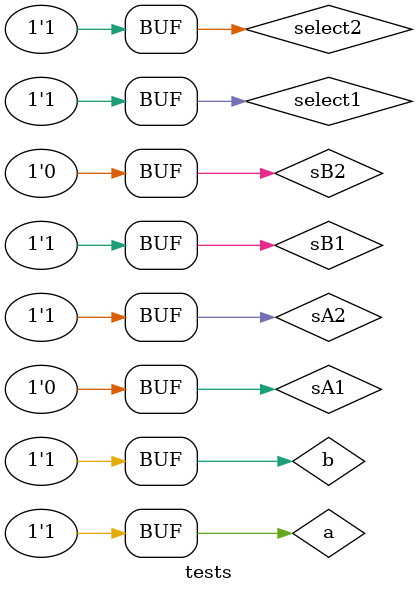
<source format=v>
module mux ( output s,
             input a,
             input b,
             input select );
    // definir dados locais
    wire not_select;
    wire sa;
    wire sb;
    // descrever por portas
    not NOT1 ( not_select, select );
    and AND1 ( sa, a, not_select );
    and AND2 ( sb, b, select );
    or OR1 ( s , sa, sb );
endmodule // mux
module tests;
// ------------------------- definir dados
    reg a, b, select1, select2;
    wire sA1, sA2, sA, sB1, sB2, sB, s;
    // saidas independentes
    xor XOR ( sA1, a, b ); 
    xnor XNOR ( sA2, a, b );
    or OR ( sB1, a, b ); 
    nor NOR ( sB2, a, b );
    // saidas selecionaveis
    mux MUX1 ( sA, sA1, sA2, select1 );
    mux MUX2 ( sB, sB1, sB2, select1 );
    mux MUX3 ( s, sA, sB, select2 );
// ------------------------- parte principal
    initial
    begin : main
        $display("Exemplo_0704");
        $display("Test LU's module");
        $display("a b sel1 sel2 s");

           a = 1'b0; b = 1'b0; select1 = 1'b0; select2 = 1'b0;
        // projetar testes do modulo
        #1 $monitor("%b %b %3b %3b %3b", a, b, select1, select2, s);
        #1           b = 1'b1;
        #1 a = 1'b1; b = 1'b0;
        #1           b = 1'b1;

        #1 a = 1'b0; b = 1'b0; select1 = 1'b1;
        #1           b = 1'b1;
        #1 a = 1'b1; b = 1'b0;
        #1           b = 1'b1;

        #1 a = 1'b0; b = 1'b0; select1 = 1'b0; select2 = 1'b1;
        #1           b = 1'b1;
        #1 a = 1'b1; b = 1'b0;
        #1           b = 1'b1;

        #1 a = 1'b0; b = 1'b0; select1 = 1'b1;
        #1           b = 1'b1;
        #1 a = 1'b1; b = 1'b0;
        #1           b = 1'b1;
    end
endmodule // tests
</source>
